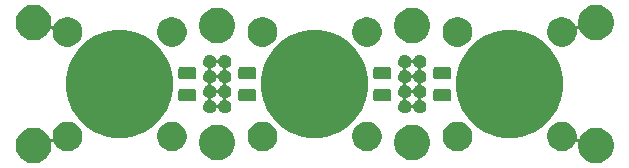
<source format=gbr>
G04 #@! TF.GenerationSoftware,KiCad,Pcbnew,(5.1.4)-1*
G04 #@! TF.CreationDate,2019-10-25T22:43:12-07:00*
G04 #@! TF.ProjectId,SkateLightLEDBoard1.0,536b6174-654c-4696-9768-744c4544426f,rev?*
G04 #@! TF.SameCoordinates,Original*
G04 #@! TF.FileFunction,Soldermask,Top*
G04 #@! TF.FilePolarity,Negative*
%FSLAX46Y46*%
G04 Gerber Fmt 4.6, Leading zero omitted, Abs format (unit mm)*
G04 Created by KiCad (PCBNEW (5.1.4)-1) date 2019-10-25 22:43:12*
%MOMM*%
%LPD*%
G04 APERTURE LIST*
%ADD10C,0.100000*%
G04 APERTURE END LIST*
D10*
G36*
X21297903Y-3220075D02*
G01*
X21525571Y-3314378D01*
X21730466Y-3451285D01*
X21904715Y-3625534D01*
X22041622Y-3830429D01*
X22041623Y-3830431D01*
X22135925Y-4058097D01*
X22184000Y-4299786D01*
X22184000Y-4554859D01*
X22183284Y-4562134D01*
X22185688Y-4586520D01*
X22192803Y-4609969D01*
X22204355Y-4631579D01*
X22219902Y-4650519D01*
X22238845Y-4666063D01*
X22260457Y-4677613D01*
X22283906Y-4684724D01*
X22308292Y-4687124D01*
X22332678Y-4684720D01*
X22356127Y-4677605D01*
X22377737Y-4666053D01*
X22396677Y-4650506D01*
X22412221Y-4631563D01*
X22423763Y-4609967D01*
X22473026Y-4491036D01*
X22638441Y-4243475D01*
X22848975Y-4032941D01*
X23096536Y-3867526D01*
X23371612Y-3753586D01*
X23517621Y-3724543D01*
X23663629Y-3695500D01*
X23961371Y-3695500D01*
X24107379Y-3724543D01*
X24253388Y-3753586D01*
X24528464Y-3867526D01*
X24776025Y-4032941D01*
X24986559Y-4243475D01*
X25151974Y-4491036D01*
X25265914Y-4766112D01*
X25273476Y-4804129D01*
X25315535Y-5015571D01*
X25324000Y-5058130D01*
X25324000Y-5355870D01*
X25265914Y-5647888D01*
X25151974Y-5922964D01*
X24986559Y-6170525D01*
X24776025Y-6381059D01*
X24528464Y-6546474D01*
X24253388Y-6660414D01*
X24107379Y-6689457D01*
X23961371Y-6718500D01*
X23663629Y-6718500D01*
X23517621Y-6689457D01*
X23371612Y-6660414D01*
X23096536Y-6546474D01*
X22848975Y-6381059D01*
X22638441Y-6170525D01*
X22473026Y-5922964D01*
X22359086Y-5647888D01*
X22301000Y-5355870D01*
X22301000Y-5058130D01*
X22309326Y-5016275D01*
X22311727Y-4991894D01*
X22309325Y-4967508D01*
X22302212Y-4944059D01*
X22290661Y-4922448D01*
X22275116Y-4903506D01*
X22256175Y-4887961D01*
X22234564Y-4876409D01*
X22211115Y-4869296D01*
X22186729Y-4866894D01*
X22162343Y-4869296D01*
X22138894Y-4876409D01*
X22117283Y-4887960D01*
X22098341Y-4903505D01*
X22082796Y-4922446D01*
X22071244Y-4944058D01*
X22041623Y-5015569D01*
X22041622Y-5015571D01*
X21904715Y-5220466D01*
X21730466Y-5394715D01*
X21525571Y-5531622D01*
X21525570Y-5531623D01*
X21525569Y-5531623D01*
X21297903Y-5625925D01*
X21056214Y-5674000D01*
X20809786Y-5674000D01*
X20568097Y-5625925D01*
X20340431Y-5531623D01*
X20340430Y-5531623D01*
X20340429Y-5531622D01*
X20135534Y-5394715D01*
X19961285Y-5220466D01*
X19824378Y-5015571D01*
X19730075Y-4787903D01*
X19725741Y-4766113D01*
X19682000Y-4546214D01*
X19682000Y-4299786D01*
X19730075Y-4058097D01*
X19824377Y-3830431D01*
X19824378Y-3830429D01*
X19961285Y-3625534D01*
X20135534Y-3451285D01*
X20340429Y-3314378D01*
X20568097Y-3220075D01*
X20809786Y-3172000D01*
X21056214Y-3172000D01*
X21297903Y-3220075D01*
X21297903Y-3220075D01*
G37*
G36*
X-20568097Y-3220075D02*
G01*
X-20340429Y-3314378D01*
X-20135534Y-3451285D01*
X-19961285Y-3625534D01*
X-19824378Y-3830429D01*
X-19824377Y-3830431D01*
X-19730075Y-4058097D01*
X-19682000Y-4299786D01*
X-19682000Y-4546214D01*
X-19725741Y-4766113D01*
X-19730075Y-4787903D01*
X-19824378Y-5015571D01*
X-19961285Y-5220466D01*
X-20135534Y-5394715D01*
X-20340429Y-5531622D01*
X-20340430Y-5531623D01*
X-20340431Y-5531623D01*
X-20568097Y-5625925D01*
X-20809786Y-5674000D01*
X-21056214Y-5674000D01*
X-21297903Y-5625925D01*
X-21525569Y-5531623D01*
X-21525570Y-5531623D01*
X-21525571Y-5531622D01*
X-21730466Y-5394715D01*
X-21904715Y-5220466D01*
X-22041622Y-5015571D01*
X-22041623Y-5015569D01*
X-22071244Y-4944058D01*
X-22082795Y-4922447D01*
X-22098340Y-4903505D01*
X-22117282Y-4887960D01*
X-22138893Y-4876409D01*
X-22162342Y-4869296D01*
X-22186728Y-4866894D01*
X-22211114Y-4869296D01*
X-22234563Y-4876409D01*
X-22256174Y-4887960D01*
X-22275116Y-4903505D01*
X-22290661Y-4922447D01*
X-22302212Y-4944058D01*
X-22309325Y-4967507D01*
X-22311727Y-4991893D01*
X-22309326Y-5016275D01*
X-22301000Y-5058130D01*
X-22301000Y-5355870D01*
X-22359086Y-5647888D01*
X-22473026Y-5922964D01*
X-22638441Y-6170525D01*
X-22848975Y-6381059D01*
X-23096536Y-6546474D01*
X-23371612Y-6660414D01*
X-23517621Y-6689457D01*
X-23663629Y-6718500D01*
X-23961371Y-6718500D01*
X-24107379Y-6689457D01*
X-24253388Y-6660414D01*
X-24528464Y-6546474D01*
X-24776025Y-6381059D01*
X-24986559Y-6170525D01*
X-25151974Y-5922964D01*
X-25265914Y-5647888D01*
X-25324000Y-5355870D01*
X-25324000Y-5058130D01*
X-25315534Y-5015571D01*
X-25273476Y-4804129D01*
X-25265914Y-4766112D01*
X-25151974Y-4491036D01*
X-24986559Y-4243475D01*
X-24776025Y-4032941D01*
X-24528464Y-3867526D01*
X-24253388Y-3753586D01*
X-24107379Y-3724543D01*
X-23961371Y-3695500D01*
X-23663629Y-3695500D01*
X-23517621Y-3724543D01*
X-23371612Y-3753586D01*
X-23096536Y-3867526D01*
X-22848975Y-4032941D01*
X-22638441Y-4243475D01*
X-22473026Y-4491036D01*
X-22423763Y-4609967D01*
X-22412216Y-4631571D01*
X-22396671Y-4650513D01*
X-22377729Y-4666058D01*
X-22356118Y-4677609D01*
X-22332669Y-4684722D01*
X-22308283Y-4687124D01*
X-22283897Y-4684722D01*
X-22260448Y-4677609D01*
X-22238837Y-4666058D01*
X-22219895Y-4650513D01*
X-22204350Y-4631571D01*
X-22192799Y-4609960D01*
X-22185686Y-4586511D01*
X-22183284Y-4562125D01*
X-22184000Y-4554853D01*
X-22184000Y-4299786D01*
X-22135925Y-4058097D01*
X-22041623Y-3830431D01*
X-22041622Y-3830429D01*
X-21904715Y-3625534D01*
X-21730466Y-3451285D01*
X-21525571Y-3314378D01*
X-21297903Y-3220075D01*
X-21056214Y-3172000D01*
X-20809786Y-3172000D01*
X-20568097Y-3220075D01*
X-20568097Y-3220075D01*
G37*
G36*
X8453063Y-3451285D02*
G01*
X8695888Y-3499586D01*
X8970964Y-3613526D01*
X9218525Y-3778941D01*
X9429059Y-3989475D01*
X9594474Y-4237036D01*
X9708414Y-4512112D01*
X9766500Y-4804130D01*
X9766500Y-5101870D01*
X9708414Y-5393888D01*
X9594474Y-5668964D01*
X9429059Y-5916525D01*
X9218525Y-6127059D01*
X8970964Y-6292474D01*
X8695888Y-6406414D01*
X8549879Y-6435457D01*
X8403871Y-6464500D01*
X8106129Y-6464500D01*
X7960121Y-6435457D01*
X7814112Y-6406414D01*
X7539036Y-6292474D01*
X7291475Y-6127059D01*
X7080941Y-5916525D01*
X6915526Y-5668964D01*
X6801586Y-5393888D01*
X6743500Y-5101870D01*
X6743500Y-4804130D01*
X6801586Y-4512112D01*
X6915526Y-4237036D01*
X7080941Y-3989475D01*
X7291475Y-3778941D01*
X7539036Y-3613526D01*
X7814112Y-3499586D01*
X8056937Y-3451285D01*
X8106129Y-3441500D01*
X8403871Y-3441500D01*
X8453063Y-3451285D01*
X8453063Y-3451285D01*
G37*
G36*
X-8056937Y-3451285D02*
G01*
X-7814112Y-3499586D01*
X-7539036Y-3613526D01*
X-7291475Y-3778941D01*
X-7080941Y-3989475D01*
X-6915526Y-4237036D01*
X-6801586Y-4512112D01*
X-6743500Y-4804130D01*
X-6743500Y-5101870D01*
X-6801586Y-5393888D01*
X-6915526Y-5668964D01*
X-7080941Y-5916525D01*
X-7291475Y-6127059D01*
X-7539036Y-6292474D01*
X-7814112Y-6406414D01*
X-7960121Y-6435457D01*
X-8106129Y-6464500D01*
X-8403871Y-6464500D01*
X-8549879Y-6435457D01*
X-8695888Y-6406414D01*
X-8970964Y-6292474D01*
X-9218525Y-6127059D01*
X-9429059Y-5916525D01*
X-9594474Y-5668964D01*
X-9708414Y-5393888D01*
X-9766500Y-5101870D01*
X-9766500Y-4804130D01*
X-9708414Y-4512112D01*
X-9594474Y-4237036D01*
X-9429059Y-3989475D01*
X-9218525Y-3778941D01*
X-8970964Y-3613526D01*
X-8695888Y-3499586D01*
X-8453063Y-3451285D01*
X-8403871Y-3441500D01*
X-8106129Y-3441500D01*
X-8056937Y-3451285D01*
X-8056937Y-3451285D01*
G37*
G36*
X12451903Y-3220075D02*
G01*
X12679571Y-3314378D01*
X12884466Y-3451285D01*
X13058715Y-3625534D01*
X13195622Y-3830429D01*
X13195623Y-3830431D01*
X13289925Y-4058097D01*
X13338000Y-4299786D01*
X13338000Y-4546214D01*
X13294259Y-4766113D01*
X13289925Y-4787903D01*
X13195622Y-5015571D01*
X13058715Y-5220466D01*
X12884466Y-5394715D01*
X12679571Y-5531622D01*
X12679570Y-5531623D01*
X12679569Y-5531623D01*
X12451903Y-5625925D01*
X12210214Y-5674000D01*
X11963786Y-5674000D01*
X11722097Y-5625925D01*
X11494431Y-5531623D01*
X11494430Y-5531623D01*
X11494429Y-5531622D01*
X11289534Y-5394715D01*
X11115285Y-5220466D01*
X10978378Y-5015571D01*
X10884075Y-4787903D01*
X10879741Y-4766113D01*
X10836000Y-4546214D01*
X10836000Y-4299786D01*
X10884075Y-4058097D01*
X10978377Y-3830431D01*
X10978378Y-3830429D01*
X11115285Y-3625534D01*
X11289534Y-3451285D01*
X11494429Y-3314378D01*
X11722097Y-3220075D01*
X11963786Y-3172000D01*
X12210214Y-3172000D01*
X12451903Y-3220075D01*
X12451903Y-3220075D01*
G37*
G36*
X-11722097Y-3220075D02*
G01*
X-11494429Y-3314378D01*
X-11289534Y-3451285D01*
X-11115285Y-3625534D01*
X-10978378Y-3830429D01*
X-10978377Y-3830431D01*
X-10884075Y-4058097D01*
X-10836000Y-4299786D01*
X-10836000Y-4546214D01*
X-10879741Y-4766113D01*
X-10884075Y-4787903D01*
X-10978378Y-5015571D01*
X-11115285Y-5220466D01*
X-11289534Y-5394715D01*
X-11494429Y-5531622D01*
X-11494430Y-5531623D01*
X-11494431Y-5531623D01*
X-11722097Y-5625925D01*
X-11963786Y-5674000D01*
X-12210214Y-5674000D01*
X-12451903Y-5625925D01*
X-12679569Y-5531623D01*
X-12679570Y-5531623D01*
X-12679571Y-5531622D01*
X-12884466Y-5394715D01*
X-13058715Y-5220466D01*
X-13195622Y-5015571D01*
X-13289925Y-4787903D01*
X-13294259Y-4766113D01*
X-13338000Y-4546214D01*
X-13338000Y-4299786D01*
X-13289925Y-4058097D01*
X-13195623Y-3830431D01*
X-13195622Y-3830429D01*
X-13058715Y-3625534D01*
X-12884466Y-3451285D01*
X-12679571Y-3314378D01*
X-12451903Y-3220075D01*
X-12210214Y-3172000D01*
X-11963786Y-3172000D01*
X-11722097Y-3220075D01*
X-11722097Y-3220075D01*
G37*
G36*
X4787903Y-3220075D02*
G01*
X5015571Y-3314378D01*
X5220466Y-3451285D01*
X5394715Y-3625534D01*
X5531622Y-3830429D01*
X5531623Y-3830431D01*
X5625925Y-4058097D01*
X5674000Y-4299786D01*
X5674000Y-4546214D01*
X5630259Y-4766113D01*
X5625925Y-4787903D01*
X5531622Y-5015571D01*
X5394715Y-5220466D01*
X5220466Y-5394715D01*
X5015571Y-5531622D01*
X5015570Y-5531623D01*
X5015569Y-5531623D01*
X4787903Y-5625925D01*
X4546214Y-5674000D01*
X4299786Y-5674000D01*
X4058097Y-5625925D01*
X3830431Y-5531623D01*
X3830430Y-5531623D01*
X3830429Y-5531622D01*
X3625534Y-5394715D01*
X3451285Y-5220466D01*
X3314378Y-5015571D01*
X3220075Y-4787903D01*
X3215741Y-4766113D01*
X3172000Y-4546214D01*
X3172000Y-4299786D01*
X3220075Y-4058097D01*
X3314377Y-3830431D01*
X3314378Y-3830429D01*
X3451285Y-3625534D01*
X3625534Y-3451285D01*
X3830429Y-3314378D01*
X4058097Y-3220075D01*
X4299786Y-3172000D01*
X4546214Y-3172000D01*
X4787903Y-3220075D01*
X4787903Y-3220075D01*
G37*
G36*
X-4058097Y-3220075D02*
G01*
X-3830429Y-3314378D01*
X-3625534Y-3451285D01*
X-3451285Y-3625534D01*
X-3314378Y-3830429D01*
X-3314377Y-3830431D01*
X-3220075Y-4058097D01*
X-3172000Y-4299786D01*
X-3172000Y-4546214D01*
X-3215741Y-4766113D01*
X-3220075Y-4787903D01*
X-3314378Y-5015571D01*
X-3451285Y-5220466D01*
X-3625534Y-5394715D01*
X-3830429Y-5531622D01*
X-3830430Y-5531623D01*
X-3830431Y-5531623D01*
X-4058097Y-5625925D01*
X-4299786Y-5674000D01*
X-4546214Y-5674000D01*
X-4787903Y-5625925D01*
X-5015569Y-5531623D01*
X-5015570Y-5531623D01*
X-5015571Y-5531622D01*
X-5220466Y-5394715D01*
X-5394715Y-5220466D01*
X-5531622Y-5015571D01*
X-5625925Y-4787903D01*
X-5630259Y-4766113D01*
X-5674000Y-4546214D01*
X-5674000Y-4299786D01*
X-5625925Y-4058097D01*
X-5531623Y-3830431D01*
X-5531622Y-3830429D01*
X-5394715Y-3625534D01*
X-5220466Y-3451285D01*
X-5015571Y-3314378D01*
X-4787903Y-3220075D01*
X-4546214Y-3172000D01*
X-4299786Y-3172000D01*
X-4058097Y-3220075D01*
X-4058097Y-3220075D01*
G37*
G36*
X17837477Y4376108D02*
G01*
X18021734Y4299786D01*
X18665707Y4033044D01*
X19411093Y3534992D01*
X20044992Y2901093D01*
X20543044Y2155707D01*
X20709195Y1754582D01*
X20886108Y1327477D01*
X21061000Y448236D01*
X21061000Y-448236D01*
X20886108Y-1327477D01*
X20794490Y-1548661D01*
X20543044Y-2155707D01*
X20044992Y-2901093D01*
X19411093Y-3534992D01*
X18665707Y-4033044D01*
X18180541Y-4234006D01*
X17837477Y-4376108D01*
X16958236Y-4551000D01*
X16061764Y-4551000D01*
X15182523Y-4376108D01*
X14839459Y-4234006D01*
X14354293Y-4033044D01*
X13608907Y-3534992D01*
X12975008Y-2901093D01*
X12476956Y-2155707D01*
X12225510Y-1548661D01*
X12133892Y-1327477D01*
X11959000Y-448236D01*
X11959000Y448236D01*
X12133892Y1327477D01*
X12310805Y1754582D01*
X12476956Y2155707D01*
X12975008Y2901093D01*
X13608907Y3534992D01*
X14354293Y4033044D01*
X14998266Y4299786D01*
X15182523Y4376108D01*
X16061764Y4551000D01*
X16958236Y4551000D01*
X17837477Y4376108D01*
X17837477Y4376108D01*
G37*
G36*
X-15182523Y4376108D02*
G01*
X-14998266Y4299786D01*
X-14354293Y4033044D01*
X-13608907Y3534992D01*
X-12975008Y2901093D01*
X-12476956Y2155707D01*
X-12310805Y1754582D01*
X-12133892Y1327477D01*
X-11959000Y448236D01*
X-11959000Y-448236D01*
X-12133892Y-1327477D01*
X-12225510Y-1548661D01*
X-12476956Y-2155707D01*
X-12975008Y-2901093D01*
X-13608907Y-3534992D01*
X-14354293Y-4033044D01*
X-14839459Y-4234006D01*
X-15182523Y-4376108D01*
X-16061764Y-4551000D01*
X-16958236Y-4551000D01*
X-17837477Y-4376108D01*
X-18180541Y-4234006D01*
X-18665707Y-4033044D01*
X-19411093Y-3534992D01*
X-20044992Y-2901093D01*
X-20543044Y-2155707D01*
X-20794490Y-1548661D01*
X-20886108Y-1327477D01*
X-21061000Y-448236D01*
X-21061000Y448236D01*
X-20886108Y1327477D01*
X-20709195Y1754582D01*
X-20543044Y2155707D01*
X-20044992Y2901093D01*
X-19411093Y3534992D01*
X-18665707Y4033044D01*
X-18021734Y4299786D01*
X-17837477Y4376108D01*
X-16958236Y4551000D01*
X-16061764Y4551000D01*
X-15182523Y4376108D01*
X-15182523Y4376108D01*
G37*
G36*
X1327477Y4376108D02*
G01*
X1511734Y4299786D01*
X2155707Y4033044D01*
X2901093Y3534992D01*
X3534992Y2901093D01*
X4033044Y2155707D01*
X4199195Y1754582D01*
X4376108Y1327477D01*
X4551000Y448236D01*
X4551000Y-448236D01*
X4376108Y-1327477D01*
X4284490Y-1548661D01*
X4033044Y-2155707D01*
X3534992Y-2901093D01*
X2901093Y-3534992D01*
X2155707Y-4033044D01*
X1670541Y-4234006D01*
X1327477Y-4376108D01*
X448236Y-4551000D01*
X-448236Y-4551000D01*
X-1327477Y-4376108D01*
X-1670541Y-4234006D01*
X-2155707Y-4033044D01*
X-2901093Y-3534992D01*
X-3534992Y-2901093D01*
X-4033044Y-2155707D01*
X-4284490Y-1548661D01*
X-4376108Y-1327477D01*
X-4551000Y-448236D01*
X-4551000Y448236D01*
X-4376108Y1327477D01*
X-4199195Y1754582D01*
X-4033044Y2155707D01*
X-3534992Y2901093D01*
X-2901093Y3534992D01*
X-2155707Y4033044D01*
X-1511734Y4299786D01*
X-1327477Y4376108D01*
X-448236Y4551000D01*
X448236Y4551000D01*
X1327477Y4376108D01*
X1327477Y4376108D01*
G37*
G36*
X-8726949Y2442520D02*
G01*
X-8676080Y2421449D01*
X-8625214Y2400380D01*
X-8533658Y2339204D01*
X-8455796Y2261342D01*
X-8394620Y2169786D01*
X-8370484Y2111515D01*
X-8358932Y2089905D01*
X-8343387Y2070963D01*
X-8324445Y2055418D01*
X-8302834Y2043867D01*
X-8279385Y2036754D01*
X-8254999Y2034352D01*
X-8230613Y2036754D01*
X-8207164Y2043867D01*
X-8185554Y2055419D01*
X-8166612Y2070964D01*
X-8151067Y2089906D01*
X-8139516Y2111515D01*
X-8115380Y2169786D01*
X-8054204Y2261342D01*
X-7976342Y2339204D01*
X-7884786Y2400380D01*
X-7833920Y2421449D01*
X-7783051Y2442520D01*
X-7675059Y2464000D01*
X-7564941Y2464000D01*
X-7456949Y2442520D01*
X-7406080Y2421449D01*
X-7355214Y2400380D01*
X-7263658Y2339204D01*
X-7185796Y2261342D01*
X-7124620Y2169786D01*
X-7118788Y2155705D01*
X-7082480Y2068051D01*
X-7061000Y1960059D01*
X-7061000Y1849941D01*
X-7082480Y1741949D01*
X-7091533Y1720094D01*
X-7124620Y1640214D01*
X-7185796Y1548658D01*
X-7263658Y1470796D01*
X-7355214Y1409620D01*
X-7413485Y1385484D01*
X-7435095Y1373932D01*
X-7454037Y1358387D01*
X-7469582Y1339445D01*
X-7481133Y1317834D01*
X-7488246Y1294385D01*
X-7490648Y1269999D01*
X-7488246Y1245613D01*
X-7481133Y1222164D01*
X-7469581Y1200554D01*
X-7454036Y1181612D01*
X-7435094Y1166067D01*
X-7413487Y1154517D01*
X-7355214Y1130380D01*
X-7263658Y1069204D01*
X-7185796Y991342D01*
X-7124620Y899786D01*
X-7103551Y848920D01*
X-7082480Y798051D01*
X-7061000Y690059D01*
X-7061000Y579941D01*
X-7082480Y471949D01*
X-7093901Y444377D01*
X-7124620Y370214D01*
X-7185796Y278658D01*
X-7263658Y200796D01*
X-7355214Y139620D01*
X-7413485Y115484D01*
X-7435095Y103932D01*
X-7454037Y88387D01*
X-7469582Y69445D01*
X-7481133Y47834D01*
X-7488246Y24385D01*
X-7490648Y-1D01*
X-7488246Y-24387D01*
X-7481133Y-47836D01*
X-7469581Y-69446D01*
X-7454036Y-88388D01*
X-7435094Y-103933D01*
X-7413487Y-115483D01*
X-7355214Y-139620D01*
X-7263658Y-200796D01*
X-7185796Y-278658D01*
X-7124620Y-370214D01*
X-7112697Y-399000D01*
X-7082480Y-471949D01*
X-7061000Y-579941D01*
X-7061000Y-690059D01*
X-7082480Y-798051D01*
X-7091533Y-819906D01*
X-7124620Y-899786D01*
X-7185796Y-991342D01*
X-7263658Y-1069204D01*
X-7355214Y-1130380D01*
X-7413485Y-1154516D01*
X-7435095Y-1166068D01*
X-7454037Y-1181613D01*
X-7469582Y-1200555D01*
X-7481133Y-1222166D01*
X-7488246Y-1245615D01*
X-7490648Y-1270001D01*
X-7488246Y-1294387D01*
X-7481133Y-1317836D01*
X-7469581Y-1339446D01*
X-7454036Y-1358388D01*
X-7435094Y-1373933D01*
X-7413487Y-1385483D01*
X-7355214Y-1409620D01*
X-7263658Y-1470796D01*
X-7185796Y-1548658D01*
X-7124620Y-1640214D01*
X-7103551Y-1691080D01*
X-7082480Y-1741949D01*
X-7061000Y-1849941D01*
X-7061000Y-1960059D01*
X-7082480Y-2068051D01*
X-7091533Y-2089906D01*
X-7124620Y-2169786D01*
X-7185796Y-2261342D01*
X-7263658Y-2339204D01*
X-7355214Y-2400380D01*
X-7406080Y-2421449D01*
X-7456949Y-2442520D01*
X-7564941Y-2464000D01*
X-7675059Y-2464000D01*
X-7783051Y-2442520D01*
X-7833920Y-2421449D01*
X-7884786Y-2400380D01*
X-7976342Y-2339204D01*
X-8054204Y-2261342D01*
X-8115380Y-2169786D01*
X-8139517Y-2111513D01*
X-8151068Y-2089905D01*
X-8166613Y-2070963D01*
X-8185555Y-2055418D01*
X-8207166Y-2043867D01*
X-8230615Y-2036754D01*
X-8255001Y-2034352D01*
X-8279387Y-2036754D01*
X-8302836Y-2043867D01*
X-8324446Y-2055419D01*
X-8343388Y-2070964D01*
X-8358933Y-2089906D01*
X-8370483Y-2111513D01*
X-8394620Y-2169786D01*
X-8455796Y-2261342D01*
X-8533658Y-2339204D01*
X-8625214Y-2400380D01*
X-8676080Y-2421449D01*
X-8726949Y-2442520D01*
X-8834941Y-2464000D01*
X-8945059Y-2464000D01*
X-9053051Y-2442520D01*
X-9103920Y-2421449D01*
X-9154786Y-2400380D01*
X-9246342Y-2339204D01*
X-9324204Y-2261342D01*
X-9385380Y-2169786D01*
X-9418467Y-2089906D01*
X-9427520Y-2068051D01*
X-9449000Y-1960059D01*
X-9449000Y-1849941D01*
X-9427520Y-1741949D01*
X-9406449Y-1691080D01*
X-9385380Y-1640214D01*
X-9324204Y-1548658D01*
X-9246342Y-1470796D01*
X-9154786Y-1409620D01*
X-9096513Y-1385483D01*
X-9074905Y-1373932D01*
X-9055963Y-1358387D01*
X-9040418Y-1339445D01*
X-9028867Y-1317834D01*
X-9021754Y-1294385D01*
X-9019353Y-1270001D01*
X-8760648Y-1270001D01*
X-8758246Y-1294387D01*
X-8751133Y-1317836D01*
X-8739581Y-1339446D01*
X-8724036Y-1358388D01*
X-8705094Y-1373933D01*
X-8683487Y-1385483D01*
X-8625214Y-1409620D01*
X-8533658Y-1470796D01*
X-8455796Y-1548658D01*
X-8394620Y-1640214D01*
X-8370484Y-1698485D01*
X-8358932Y-1720095D01*
X-8343387Y-1739037D01*
X-8324445Y-1754582D01*
X-8302834Y-1766133D01*
X-8279385Y-1773246D01*
X-8254999Y-1775648D01*
X-8230613Y-1773246D01*
X-8207164Y-1766133D01*
X-8185554Y-1754581D01*
X-8166612Y-1739036D01*
X-8151067Y-1720094D01*
X-8139516Y-1698485D01*
X-8115380Y-1640214D01*
X-8054204Y-1548658D01*
X-7976342Y-1470796D01*
X-7884786Y-1409620D01*
X-7826513Y-1385483D01*
X-7804905Y-1373932D01*
X-7785963Y-1358387D01*
X-7770418Y-1339445D01*
X-7758867Y-1317834D01*
X-7751754Y-1294385D01*
X-7749352Y-1269999D01*
X-7751754Y-1245613D01*
X-7758867Y-1222164D01*
X-7770419Y-1200554D01*
X-7785964Y-1181612D01*
X-7804906Y-1166067D01*
X-7826515Y-1154516D01*
X-7884786Y-1130380D01*
X-7976342Y-1069204D01*
X-8054204Y-991342D01*
X-8115380Y-899786D01*
X-8139517Y-841513D01*
X-8151068Y-819905D01*
X-8166613Y-800963D01*
X-8185555Y-785418D01*
X-8207166Y-773867D01*
X-8230615Y-766754D01*
X-8255001Y-764352D01*
X-8279387Y-766754D01*
X-8302836Y-773867D01*
X-8324446Y-785419D01*
X-8343388Y-800964D01*
X-8358933Y-819906D01*
X-8370483Y-841513D01*
X-8394620Y-899786D01*
X-8455796Y-991342D01*
X-8533658Y-1069204D01*
X-8625214Y-1130380D01*
X-8683485Y-1154516D01*
X-8705095Y-1166068D01*
X-8724037Y-1181613D01*
X-8739582Y-1200555D01*
X-8751133Y-1222166D01*
X-8758246Y-1245615D01*
X-8760648Y-1270001D01*
X-9019353Y-1270001D01*
X-9019352Y-1269999D01*
X-9021754Y-1245613D01*
X-9028867Y-1222164D01*
X-9040419Y-1200554D01*
X-9055964Y-1181612D01*
X-9074906Y-1166067D01*
X-9096515Y-1154516D01*
X-9154786Y-1130380D01*
X-9246342Y-1069204D01*
X-9324204Y-991342D01*
X-9385380Y-899786D01*
X-9418467Y-819906D01*
X-9427520Y-798051D01*
X-9449000Y-690059D01*
X-9449000Y-579941D01*
X-9427520Y-471949D01*
X-9397303Y-399000D01*
X-9385380Y-370214D01*
X-9324204Y-278658D01*
X-9246342Y-200796D01*
X-9154786Y-139620D01*
X-9096513Y-115483D01*
X-9074905Y-103932D01*
X-9055963Y-88387D01*
X-9040418Y-69445D01*
X-9028867Y-47834D01*
X-9021754Y-24385D01*
X-9019353Y-1D01*
X-8760648Y-1D01*
X-8758246Y-24387D01*
X-8751133Y-47836D01*
X-8739581Y-69446D01*
X-8724036Y-88388D01*
X-8705094Y-103933D01*
X-8683487Y-115483D01*
X-8625214Y-139620D01*
X-8533658Y-200796D01*
X-8455796Y-278658D01*
X-8394620Y-370214D01*
X-8382697Y-399000D01*
X-8370484Y-428485D01*
X-8358932Y-450095D01*
X-8343387Y-469037D01*
X-8324445Y-484582D01*
X-8302834Y-496133D01*
X-8279385Y-503246D01*
X-8254999Y-505648D01*
X-8230613Y-503246D01*
X-8207164Y-496133D01*
X-8185554Y-484581D01*
X-8166612Y-469036D01*
X-8151067Y-450094D01*
X-8139516Y-428485D01*
X-8127303Y-399000D01*
X-8115380Y-370214D01*
X-8054204Y-278658D01*
X-7976342Y-200796D01*
X-7884786Y-139620D01*
X-7826513Y-115483D01*
X-7804905Y-103932D01*
X-7785963Y-88387D01*
X-7770418Y-69445D01*
X-7758867Y-47834D01*
X-7751754Y-24385D01*
X-7749352Y1D01*
X-7751754Y24387D01*
X-7758867Y47836D01*
X-7770419Y69446D01*
X-7785964Y88388D01*
X-7804906Y103933D01*
X-7826515Y115484D01*
X-7884786Y139620D01*
X-7976342Y200796D01*
X-8054204Y278658D01*
X-8115380Y370214D01*
X-8139517Y428487D01*
X-8151068Y450095D01*
X-8166613Y469037D01*
X-8185555Y484582D01*
X-8207166Y496133D01*
X-8230615Y503246D01*
X-8255001Y505648D01*
X-8279387Y503246D01*
X-8302836Y496133D01*
X-8324446Y484581D01*
X-8343388Y469036D01*
X-8358933Y450094D01*
X-8370483Y428487D01*
X-8394620Y370214D01*
X-8455796Y278658D01*
X-8533658Y200796D01*
X-8625214Y139620D01*
X-8683485Y115484D01*
X-8705095Y103932D01*
X-8724037Y88387D01*
X-8739582Y69445D01*
X-8751133Y47834D01*
X-8758246Y24385D01*
X-8760648Y-1D01*
X-9019353Y-1D01*
X-9019352Y1D01*
X-9021754Y24387D01*
X-9028867Y47836D01*
X-9040419Y69446D01*
X-9055964Y88388D01*
X-9074906Y103933D01*
X-9096515Y115484D01*
X-9154786Y139620D01*
X-9246342Y200796D01*
X-9324204Y278658D01*
X-9385380Y370214D01*
X-9416099Y444377D01*
X-9427520Y471949D01*
X-9449000Y579941D01*
X-9449000Y690059D01*
X-9427520Y798051D01*
X-9406449Y848920D01*
X-9385380Y899786D01*
X-9324204Y991342D01*
X-9246342Y1069204D01*
X-9154786Y1130380D01*
X-9096513Y1154517D01*
X-9074905Y1166068D01*
X-9055963Y1181613D01*
X-9040418Y1200555D01*
X-9028867Y1222166D01*
X-9021754Y1245615D01*
X-9019353Y1269999D01*
X-8760648Y1269999D01*
X-8758246Y1245613D01*
X-8751133Y1222164D01*
X-8739581Y1200554D01*
X-8724036Y1181612D01*
X-8705094Y1166067D01*
X-8683487Y1154517D01*
X-8625214Y1130380D01*
X-8533658Y1069204D01*
X-8455796Y991342D01*
X-8394620Y899786D01*
X-8370484Y841515D01*
X-8358932Y819905D01*
X-8343387Y800963D01*
X-8324445Y785418D01*
X-8302834Y773867D01*
X-8279385Y766754D01*
X-8254999Y764352D01*
X-8230613Y766754D01*
X-8207164Y773867D01*
X-8185554Y785419D01*
X-8166612Y800964D01*
X-8151067Y819906D01*
X-8139516Y841515D01*
X-8115380Y899786D01*
X-8054204Y991342D01*
X-7976342Y1069204D01*
X-7884786Y1130380D01*
X-7826513Y1154517D01*
X-7804905Y1166068D01*
X-7785963Y1181613D01*
X-7770418Y1200555D01*
X-7758867Y1222166D01*
X-7751754Y1245615D01*
X-7749352Y1270001D01*
X-7751754Y1294387D01*
X-7758867Y1317836D01*
X-7770419Y1339446D01*
X-7785964Y1358388D01*
X-7804906Y1373933D01*
X-7826515Y1385484D01*
X-7884786Y1409620D01*
X-7976342Y1470796D01*
X-8054204Y1548658D01*
X-8115380Y1640214D01*
X-8139517Y1698487D01*
X-8151068Y1720095D01*
X-8166613Y1739037D01*
X-8185555Y1754582D01*
X-8207166Y1766133D01*
X-8230615Y1773246D01*
X-8255001Y1775648D01*
X-8279387Y1773246D01*
X-8302836Y1766133D01*
X-8324446Y1754581D01*
X-8343388Y1739036D01*
X-8358933Y1720094D01*
X-8370483Y1698487D01*
X-8394620Y1640214D01*
X-8455796Y1548658D01*
X-8533658Y1470796D01*
X-8625214Y1409620D01*
X-8683485Y1385484D01*
X-8705095Y1373932D01*
X-8724037Y1358387D01*
X-8739582Y1339445D01*
X-8751133Y1317834D01*
X-8758246Y1294385D01*
X-8760648Y1269999D01*
X-9019353Y1269999D01*
X-9019352Y1270001D01*
X-9021754Y1294387D01*
X-9028867Y1317836D01*
X-9040419Y1339446D01*
X-9055964Y1358388D01*
X-9074906Y1373933D01*
X-9096515Y1385484D01*
X-9154786Y1409620D01*
X-9246342Y1470796D01*
X-9324204Y1548658D01*
X-9385380Y1640214D01*
X-9418467Y1720094D01*
X-9427520Y1741949D01*
X-9449000Y1849941D01*
X-9449000Y1960059D01*
X-9427520Y2068051D01*
X-9391212Y2155705D01*
X-9385380Y2169786D01*
X-9324204Y2261342D01*
X-9246342Y2339204D01*
X-9154786Y2400380D01*
X-9103920Y2421449D01*
X-9053051Y2442520D01*
X-8945059Y2464000D01*
X-8834941Y2464000D01*
X-8726949Y2442520D01*
X-8726949Y2442520D01*
G37*
G36*
X7783051Y2442520D02*
G01*
X7833920Y2421449D01*
X7884786Y2400380D01*
X7976342Y2339204D01*
X8054204Y2261342D01*
X8115380Y2169786D01*
X8139516Y2111515D01*
X8151068Y2089905D01*
X8166613Y2070963D01*
X8185555Y2055418D01*
X8207166Y2043867D01*
X8230615Y2036754D01*
X8255001Y2034352D01*
X8279387Y2036754D01*
X8302836Y2043867D01*
X8324446Y2055419D01*
X8343388Y2070964D01*
X8358933Y2089906D01*
X8370484Y2111515D01*
X8394620Y2169786D01*
X8455796Y2261342D01*
X8533658Y2339204D01*
X8625214Y2400380D01*
X8676080Y2421449D01*
X8726949Y2442520D01*
X8834941Y2464000D01*
X8945059Y2464000D01*
X9053051Y2442520D01*
X9103920Y2421449D01*
X9154786Y2400380D01*
X9246342Y2339204D01*
X9324204Y2261342D01*
X9385380Y2169786D01*
X9391212Y2155705D01*
X9427520Y2068051D01*
X9449000Y1960059D01*
X9449000Y1849941D01*
X9427520Y1741949D01*
X9418467Y1720094D01*
X9385380Y1640214D01*
X9324204Y1548658D01*
X9246342Y1470796D01*
X9154786Y1409620D01*
X9096515Y1385484D01*
X9074905Y1373932D01*
X9055963Y1358387D01*
X9040418Y1339445D01*
X9028867Y1317834D01*
X9021754Y1294385D01*
X9019352Y1269999D01*
X9021754Y1245613D01*
X9028867Y1222164D01*
X9040419Y1200554D01*
X9055964Y1181612D01*
X9074906Y1166067D01*
X9096513Y1154517D01*
X9154786Y1130380D01*
X9246342Y1069204D01*
X9324204Y991342D01*
X9385380Y899786D01*
X9406449Y848920D01*
X9427520Y798051D01*
X9449000Y690059D01*
X9449000Y579941D01*
X9427520Y471949D01*
X9416099Y444377D01*
X9385380Y370214D01*
X9324204Y278658D01*
X9246342Y200796D01*
X9154786Y139620D01*
X9096515Y115484D01*
X9074905Y103932D01*
X9055963Y88387D01*
X9040418Y69445D01*
X9028867Y47834D01*
X9021754Y24385D01*
X9019352Y-1D01*
X9021754Y-24387D01*
X9028867Y-47836D01*
X9040419Y-69446D01*
X9055964Y-88388D01*
X9074906Y-103933D01*
X9096513Y-115483D01*
X9154786Y-139620D01*
X9246342Y-200796D01*
X9324204Y-278658D01*
X9385380Y-370214D01*
X9397303Y-399000D01*
X9427520Y-471949D01*
X9449000Y-579941D01*
X9449000Y-690059D01*
X9427520Y-798051D01*
X9418467Y-819906D01*
X9385380Y-899786D01*
X9324204Y-991342D01*
X9246342Y-1069204D01*
X9154786Y-1130380D01*
X9096515Y-1154516D01*
X9074905Y-1166068D01*
X9055963Y-1181613D01*
X9040418Y-1200555D01*
X9028867Y-1222166D01*
X9021754Y-1245615D01*
X9019352Y-1270001D01*
X9021754Y-1294387D01*
X9028867Y-1317836D01*
X9040419Y-1339446D01*
X9055964Y-1358388D01*
X9074906Y-1373933D01*
X9096513Y-1385483D01*
X9154786Y-1409620D01*
X9246342Y-1470796D01*
X9324204Y-1548658D01*
X9385380Y-1640214D01*
X9406449Y-1691080D01*
X9427520Y-1741949D01*
X9449000Y-1849941D01*
X9449000Y-1960059D01*
X9427520Y-2068051D01*
X9418467Y-2089906D01*
X9385380Y-2169786D01*
X9324204Y-2261342D01*
X9246342Y-2339204D01*
X9154786Y-2400380D01*
X9103920Y-2421449D01*
X9053051Y-2442520D01*
X8945059Y-2464000D01*
X8834941Y-2464000D01*
X8726949Y-2442520D01*
X8676080Y-2421449D01*
X8625214Y-2400380D01*
X8533658Y-2339204D01*
X8455796Y-2261342D01*
X8394620Y-2169786D01*
X8370483Y-2111513D01*
X8358932Y-2089905D01*
X8343387Y-2070963D01*
X8324445Y-2055418D01*
X8302834Y-2043867D01*
X8279385Y-2036754D01*
X8254999Y-2034352D01*
X8230613Y-2036754D01*
X8207164Y-2043867D01*
X8185554Y-2055419D01*
X8166612Y-2070964D01*
X8151067Y-2089906D01*
X8139517Y-2111513D01*
X8115380Y-2169786D01*
X8054204Y-2261342D01*
X7976342Y-2339204D01*
X7884786Y-2400380D01*
X7833920Y-2421449D01*
X7783051Y-2442520D01*
X7675059Y-2464000D01*
X7564941Y-2464000D01*
X7456949Y-2442520D01*
X7406080Y-2421449D01*
X7355214Y-2400380D01*
X7263658Y-2339204D01*
X7185796Y-2261342D01*
X7124620Y-2169786D01*
X7091533Y-2089906D01*
X7082480Y-2068051D01*
X7061000Y-1960059D01*
X7061000Y-1849941D01*
X7082480Y-1741949D01*
X7103551Y-1691080D01*
X7124620Y-1640214D01*
X7185796Y-1548658D01*
X7263658Y-1470796D01*
X7355214Y-1409620D01*
X7413487Y-1385483D01*
X7435095Y-1373932D01*
X7454037Y-1358387D01*
X7469582Y-1339445D01*
X7481133Y-1317834D01*
X7488246Y-1294385D01*
X7490647Y-1270001D01*
X7749352Y-1270001D01*
X7751754Y-1294387D01*
X7758867Y-1317836D01*
X7770419Y-1339446D01*
X7785964Y-1358388D01*
X7804906Y-1373933D01*
X7826513Y-1385483D01*
X7884786Y-1409620D01*
X7976342Y-1470796D01*
X8054204Y-1548658D01*
X8115380Y-1640214D01*
X8139516Y-1698485D01*
X8151068Y-1720095D01*
X8166613Y-1739037D01*
X8185555Y-1754582D01*
X8207166Y-1766133D01*
X8230615Y-1773246D01*
X8255001Y-1775648D01*
X8279387Y-1773246D01*
X8302836Y-1766133D01*
X8324446Y-1754581D01*
X8343388Y-1739036D01*
X8358933Y-1720094D01*
X8370484Y-1698485D01*
X8394620Y-1640214D01*
X8455796Y-1548658D01*
X8533658Y-1470796D01*
X8625214Y-1409620D01*
X8683487Y-1385483D01*
X8705095Y-1373932D01*
X8724037Y-1358387D01*
X8739582Y-1339445D01*
X8751133Y-1317834D01*
X8758246Y-1294385D01*
X8760648Y-1269999D01*
X8758246Y-1245613D01*
X8751133Y-1222164D01*
X8739581Y-1200554D01*
X8724036Y-1181612D01*
X8705094Y-1166067D01*
X8683485Y-1154516D01*
X8625214Y-1130380D01*
X8533658Y-1069204D01*
X8455796Y-991342D01*
X8394620Y-899786D01*
X8370483Y-841513D01*
X8358932Y-819905D01*
X8343387Y-800963D01*
X8324445Y-785418D01*
X8302834Y-773867D01*
X8279385Y-766754D01*
X8254999Y-764352D01*
X8230613Y-766754D01*
X8207164Y-773867D01*
X8185554Y-785419D01*
X8166612Y-800964D01*
X8151067Y-819906D01*
X8139517Y-841513D01*
X8115380Y-899786D01*
X8054204Y-991342D01*
X7976342Y-1069204D01*
X7884786Y-1130380D01*
X7826515Y-1154516D01*
X7804905Y-1166068D01*
X7785963Y-1181613D01*
X7770418Y-1200555D01*
X7758867Y-1222166D01*
X7751754Y-1245615D01*
X7749352Y-1270001D01*
X7490647Y-1270001D01*
X7490648Y-1269999D01*
X7488246Y-1245613D01*
X7481133Y-1222164D01*
X7469581Y-1200554D01*
X7454036Y-1181612D01*
X7435094Y-1166067D01*
X7413485Y-1154516D01*
X7355214Y-1130380D01*
X7263658Y-1069204D01*
X7185796Y-991342D01*
X7124620Y-899786D01*
X7091533Y-819906D01*
X7082480Y-798051D01*
X7061000Y-690059D01*
X7061000Y-579941D01*
X7082480Y-471949D01*
X7112697Y-399000D01*
X7124620Y-370214D01*
X7185796Y-278658D01*
X7263658Y-200796D01*
X7355214Y-139620D01*
X7413487Y-115483D01*
X7435095Y-103932D01*
X7454037Y-88387D01*
X7469582Y-69445D01*
X7481133Y-47834D01*
X7488246Y-24385D01*
X7490647Y-1D01*
X7749352Y-1D01*
X7751754Y-24387D01*
X7758867Y-47836D01*
X7770419Y-69446D01*
X7785964Y-88388D01*
X7804906Y-103933D01*
X7826513Y-115483D01*
X7884786Y-139620D01*
X7976342Y-200796D01*
X8054204Y-278658D01*
X8115380Y-370214D01*
X8127303Y-399000D01*
X8139516Y-428485D01*
X8151068Y-450095D01*
X8166613Y-469037D01*
X8185555Y-484582D01*
X8207166Y-496133D01*
X8230615Y-503246D01*
X8255001Y-505648D01*
X8279387Y-503246D01*
X8302836Y-496133D01*
X8324446Y-484581D01*
X8343388Y-469036D01*
X8358933Y-450094D01*
X8370484Y-428485D01*
X8382697Y-399000D01*
X8394620Y-370214D01*
X8455796Y-278658D01*
X8533658Y-200796D01*
X8625214Y-139620D01*
X8683487Y-115483D01*
X8705095Y-103932D01*
X8724037Y-88387D01*
X8739582Y-69445D01*
X8751133Y-47834D01*
X8758246Y-24385D01*
X8760648Y1D01*
X8758246Y24387D01*
X8751133Y47836D01*
X8739581Y69446D01*
X8724036Y88388D01*
X8705094Y103933D01*
X8683485Y115484D01*
X8625214Y139620D01*
X8533658Y200796D01*
X8455796Y278658D01*
X8394620Y370214D01*
X8370483Y428487D01*
X8358932Y450095D01*
X8343387Y469037D01*
X8324445Y484582D01*
X8302834Y496133D01*
X8279385Y503246D01*
X8254999Y505648D01*
X8230613Y503246D01*
X8207164Y496133D01*
X8185554Y484581D01*
X8166612Y469036D01*
X8151067Y450094D01*
X8139517Y428487D01*
X8115380Y370214D01*
X8054204Y278658D01*
X7976342Y200796D01*
X7884786Y139620D01*
X7826515Y115484D01*
X7804905Y103932D01*
X7785963Y88387D01*
X7770418Y69445D01*
X7758867Y47834D01*
X7751754Y24385D01*
X7749352Y-1D01*
X7490647Y-1D01*
X7490648Y1D01*
X7488246Y24387D01*
X7481133Y47836D01*
X7469581Y69446D01*
X7454036Y88388D01*
X7435094Y103933D01*
X7413485Y115484D01*
X7355214Y139620D01*
X7263658Y200796D01*
X7185796Y278658D01*
X7124620Y370214D01*
X7093901Y444377D01*
X7082480Y471949D01*
X7061000Y579941D01*
X7061000Y690059D01*
X7082480Y798051D01*
X7103551Y848920D01*
X7124620Y899786D01*
X7185796Y991342D01*
X7263658Y1069204D01*
X7355214Y1130380D01*
X7413487Y1154517D01*
X7435095Y1166068D01*
X7454037Y1181613D01*
X7469582Y1200555D01*
X7481133Y1222166D01*
X7488246Y1245615D01*
X7490647Y1269999D01*
X7749352Y1269999D01*
X7751754Y1245613D01*
X7758867Y1222164D01*
X7770419Y1200554D01*
X7785964Y1181612D01*
X7804906Y1166067D01*
X7826513Y1154517D01*
X7884786Y1130380D01*
X7976342Y1069204D01*
X8054204Y991342D01*
X8115380Y899786D01*
X8139516Y841515D01*
X8151068Y819905D01*
X8166613Y800963D01*
X8185555Y785418D01*
X8207166Y773867D01*
X8230615Y766754D01*
X8255001Y764352D01*
X8279387Y766754D01*
X8302836Y773867D01*
X8324446Y785419D01*
X8343388Y800964D01*
X8358933Y819906D01*
X8370484Y841515D01*
X8394620Y899786D01*
X8455796Y991342D01*
X8533658Y1069204D01*
X8625214Y1130380D01*
X8683487Y1154517D01*
X8705095Y1166068D01*
X8724037Y1181613D01*
X8739582Y1200555D01*
X8751133Y1222166D01*
X8758246Y1245615D01*
X8760648Y1270001D01*
X8758246Y1294387D01*
X8751133Y1317836D01*
X8739581Y1339446D01*
X8724036Y1358388D01*
X8705094Y1373933D01*
X8683485Y1385484D01*
X8625214Y1409620D01*
X8533658Y1470796D01*
X8455796Y1548658D01*
X8394620Y1640214D01*
X8370483Y1698487D01*
X8358932Y1720095D01*
X8343387Y1739037D01*
X8324445Y1754582D01*
X8302834Y1766133D01*
X8279385Y1773246D01*
X8254999Y1775648D01*
X8230613Y1773246D01*
X8207164Y1766133D01*
X8185554Y1754581D01*
X8166612Y1739036D01*
X8151067Y1720094D01*
X8139517Y1698487D01*
X8115380Y1640214D01*
X8054204Y1548658D01*
X7976342Y1470796D01*
X7884786Y1409620D01*
X7826515Y1385484D01*
X7804905Y1373932D01*
X7785963Y1358387D01*
X7770418Y1339445D01*
X7758867Y1317834D01*
X7751754Y1294385D01*
X7749352Y1269999D01*
X7490647Y1269999D01*
X7490648Y1270001D01*
X7488246Y1294387D01*
X7481133Y1317836D01*
X7469581Y1339446D01*
X7454036Y1358388D01*
X7435094Y1373933D01*
X7413485Y1385484D01*
X7355214Y1409620D01*
X7263658Y1470796D01*
X7185796Y1548658D01*
X7124620Y1640214D01*
X7091533Y1720094D01*
X7082480Y1741949D01*
X7061000Y1849941D01*
X7061000Y1960059D01*
X7082480Y2068051D01*
X7118788Y2155705D01*
X7124620Y2169786D01*
X7185796Y2261342D01*
X7263658Y2339204D01*
X7355214Y2400380D01*
X7406080Y2421449D01*
X7456949Y2442520D01*
X7564941Y2464000D01*
X7675059Y2464000D01*
X7783051Y2442520D01*
X7783051Y2442520D01*
G37*
G36*
X-10210532Y-403565D02*
G01*
X-10171862Y-415296D01*
X-10136223Y-434346D01*
X-10104983Y-459983D01*
X-10079346Y-491223D01*
X-10060296Y-526862D01*
X-10048565Y-565532D01*
X-10044000Y-611888D01*
X-10044000Y-1263112D01*
X-10048565Y-1309468D01*
X-10060296Y-1348138D01*
X-10079346Y-1383777D01*
X-10104983Y-1415017D01*
X-10136223Y-1440654D01*
X-10171862Y-1459704D01*
X-10210532Y-1471435D01*
X-10256888Y-1476000D01*
X-11333112Y-1476000D01*
X-11379468Y-1471435D01*
X-11418138Y-1459704D01*
X-11453777Y-1440654D01*
X-11485017Y-1415017D01*
X-11510654Y-1383777D01*
X-11529704Y-1348138D01*
X-11541435Y-1309468D01*
X-11546000Y-1263112D01*
X-11546000Y-611888D01*
X-11541435Y-565532D01*
X-11529704Y-526862D01*
X-11510654Y-491223D01*
X-11485017Y-459983D01*
X-11453777Y-434346D01*
X-11418138Y-415296D01*
X-11379468Y-403565D01*
X-11333112Y-399000D01*
X-10256888Y-399000D01*
X-10210532Y-403565D01*
X-10210532Y-403565D01*
G37*
G36*
X11379468Y-403565D02*
G01*
X11418138Y-415296D01*
X11453777Y-434346D01*
X11485017Y-459983D01*
X11510654Y-491223D01*
X11529704Y-526862D01*
X11541435Y-565532D01*
X11546000Y-611888D01*
X11546000Y-1263112D01*
X11541435Y-1309468D01*
X11529704Y-1348138D01*
X11510654Y-1383777D01*
X11485017Y-1415017D01*
X11453777Y-1440654D01*
X11418138Y-1459704D01*
X11379468Y-1471435D01*
X11333112Y-1476000D01*
X10256888Y-1476000D01*
X10210532Y-1471435D01*
X10171862Y-1459704D01*
X10136223Y-1440654D01*
X10104983Y-1415017D01*
X10079346Y-1383777D01*
X10060296Y-1348138D01*
X10048565Y-1309468D01*
X10044000Y-1263112D01*
X10044000Y-611888D01*
X10048565Y-565532D01*
X10060296Y-526862D01*
X10079346Y-491223D01*
X10104983Y-459983D01*
X10136223Y-434346D01*
X10171862Y-415296D01*
X10210532Y-403565D01*
X10256888Y-399000D01*
X11333112Y-399000D01*
X11379468Y-403565D01*
X11379468Y-403565D01*
G37*
G36*
X-5130532Y-403565D02*
G01*
X-5091862Y-415296D01*
X-5056223Y-434346D01*
X-5024983Y-459983D01*
X-4999346Y-491223D01*
X-4980296Y-526862D01*
X-4968565Y-565532D01*
X-4964000Y-611888D01*
X-4964000Y-1263112D01*
X-4968565Y-1309468D01*
X-4980296Y-1348138D01*
X-4999346Y-1383777D01*
X-5024983Y-1415017D01*
X-5056223Y-1440654D01*
X-5091862Y-1459704D01*
X-5130532Y-1471435D01*
X-5176888Y-1476000D01*
X-6253112Y-1476000D01*
X-6299468Y-1471435D01*
X-6338138Y-1459704D01*
X-6373777Y-1440654D01*
X-6405017Y-1415017D01*
X-6430654Y-1383777D01*
X-6449704Y-1348138D01*
X-6461435Y-1309468D01*
X-6466000Y-1263112D01*
X-6466000Y-611888D01*
X-6461435Y-565532D01*
X-6449704Y-526862D01*
X-6430654Y-491223D01*
X-6405017Y-459983D01*
X-6373777Y-434346D01*
X-6338138Y-415296D01*
X-6299468Y-403565D01*
X-6253112Y-399000D01*
X-5176888Y-399000D01*
X-5130532Y-403565D01*
X-5130532Y-403565D01*
G37*
G36*
X6299468Y-403565D02*
G01*
X6338138Y-415296D01*
X6373777Y-434346D01*
X6405017Y-459983D01*
X6430654Y-491223D01*
X6449704Y-526862D01*
X6461435Y-565532D01*
X6466000Y-611888D01*
X6466000Y-1263112D01*
X6461435Y-1309468D01*
X6449704Y-1348138D01*
X6430654Y-1383777D01*
X6405017Y-1415017D01*
X6373777Y-1440654D01*
X6338138Y-1459704D01*
X6299468Y-1471435D01*
X6253112Y-1476000D01*
X5176888Y-1476000D01*
X5130532Y-1471435D01*
X5091862Y-1459704D01*
X5056223Y-1440654D01*
X5024983Y-1415017D01*
X4999346Y-1383777D01*
X4980296Y-1348138D01*
X4968565Y-1309468D01*
X4964000Y-1263112D01*
X4964000Y-611888D01*
X4968565Y-565532D01*
X4980296Y-526862D01*
X4999346Y-491223D01*
X5024983Y-459983D01*
X5056223Y-434346D01*
X5091862Y-415296D01*
X5130532Y-403565D01*
X5176888Y-399000D01*
X6253112Y-399000D01*
X6299468Y-403565D01*
X6299468Y-403565D01*
G37*
G36*
X-10210532Y1471435D02*
G01*
X-10171862Y1459704D01*
X-10136223Y1440654D01*
X-10104983Y1415017D01*
X-10079346Y1383777D01*
X-10060296Y1348138D01*
X-10048565Y1309468D01*
X-10044000Y1263112D01*
X-10044000Y611888D01*
X-10048565Y565532D01*
X-10060296Y526862D01*
X-10079346Y491223D01*
X-10104983Y459983D01*
X-10136223Y434346D01*
X-10171862Y415296D01*
X-10210532Y403565D01*
X-10256888Y399000D01*
X-11333112Y399000D01*
X-11379468Y403565D01*
X-11418138Y415296D01*
X-11453777Y434346D01*
X-11485017Y459983D01*
X-11510654Y491223D01*
X-11529704Y526862D01*
X-11541435Y565532D01*
X-11546000Y611888D01*
X-11546000Y1263112D01*
X-11541435Y1309468D01*
X-11529704Y1348138D01*
X-11510654Y1383777D01*
X-11485017Y1415017D01*
X-11453777Y1440654D01*
X-11418138Y1459704D01*
X-11379468Y1471435D01*
X-11333112Y1476000D01*
X-10256888Y1476000D01*
X-10210532Y1471435D01*
X-10210532Y1471435D01*
G37*
G36*
X-5130532Y1471435D02*
G01*
X-5091862Y1459704D01*
X-5056223Y1440654D01*
X-5024983Y1415017D01*
X-4999346Y1383777D01*
X-4980296Y1348138D01*
X-4968565Y1309468D01*
X-4964000Y1263112D01*
X-4964000Y611888D01*
X-4968565Y565532D01*
X-4980296Y526862D01*
X-4999346Y491223D01*
X-5024983Y459983D01*
X-5056223Y434346D01*
X-5091862Y415296D01*
X-5130532Y403565D01*
X-5176888Y399000D01*
X-6253112Y399000D01*
X-6299468Y403565D01*
X-6338138Y415296D01*
X-6373777Y434346D01*
X-6405017Y459983D01*
X-6430654Y491223D01*
X-6449704Y526862D01*
X-6461435Y565532D01*
X-6466000Y611888D01*
X-6466000Y1263112D01*
X-6461435Y1309468D01*
X-6449704Y1348138D01*
X-6430654Y1383777D01*
X-6405017Y1415017D01*
X-6373777Y1440654D01*
X-6338138Y1459704D01*
X-6299468Y1471435D01*
X-6253112Y1476000D01*
X-5176888Y1476000D01*
X-5130532Y1471435D01*
X-5130532Y1471435D01*
G37*
G36*
X6299468Y1471435D02*
G01*
X6338138Y1459704D01*
X6373777Y1440654D01*
X6405017Y1415017D01*
X6430654Y1383777D01*
X6449704Y1348138D01*
X6461435Y1309468D01*
X6466000Y1263112D01*
X6466000Y611888D01*
X6461435Y565532D01*
X6449704Y526862D01*
X6430654Y491223D01*
X6405017Y459983D01*
X6373777Y434346D01*
X6338138Y415296D01*
X6299468Y403565D01*
X6253112Y399000D01*
X5176888Y399000D01*
X5130532Y403565D01*
X5091862Y415296D01*
X5056223Y434346D01*
X5024983Y459983D01*
X4999346Y491223D01*
X4980296Y526862D01*
X4968565Y565532D01*
X4964000Y611888D01*
X4964000Y1263112D01*
X4968565Y1309468D01*
X4980296Y1348138D01*
X4999346Y1383777D01*
X5024983Y1415017D01*
X5056223Y1440654D01*
X5091862Y1459704D01*
X5130532Y1471435D01*
X5176888Y1476000D01*
X6253112Y1476000D01*
X6299468Y1471435D01*
X6299468Y1471435D01*
G37*
G36*
X11379468Y1471435D02*
G01*
X11418138Y1459704D01*
X11453777Y1440654D01*
X11485017Y1415017D01*
X11510654Y1383777D01*
X11529704Y1348138D01*
X11541435Y1309468D01*
X11546000Y1263112D01*
X11546000Y611888D01*
X11541435Y565532D01*
X11529704Y526862D01*
X11510654Y491223D01*
X11485017Y459983D01*
X11453777Y434346D01*
X11418138Y415296D01*
X11379468Y403565D01*
X11333112Y399000D01*
X10256888Y399000D01*
X10210532Y403565D01*
X10171862Y415296D01*
X10136223Y434346D01*
X10104983Y459983D01*
X10079346Y491223D01*
X10060296Y526862D01*
X10048565Y565532D01*
X10044000Y611888D01*
X10044000Y1263112D01*
X10048565Y1309468D01*
X10060296Y1348138D01*
X10079346Y1383777D01*
X10104983Y1415017D01*
X10136223Y1440654D01*
X10171862Y1459704D01*
X10210532Y1471435D01*
X10256888Y1476000D01*
X11333112Y1476000D01*
X11379468Y1471435D01*
X11379468Y1471435D01*
G37*
G36*
X-23517621Y6689457D02*
G01*
X-23371612Y6660414D01*
X-23096536Y6546474D01*
X-22848975Y6381059D01*
X-22638441Y6170525D01*
X-22473026Y5922964D01*
X-22359086Y5647888D01*
X-22301000Y5355870D01*
X-22301000Y5058130D01*
X-22309326Y5016275D01*
X-22311727Y4991894D01*
X-22309325Y4967508D01*
X-22302212Y4944059D01*
X-22290661Y4922448D01*
X-22275116Y4903506D01*
X-22256175Y4887961D01*
X-22234564Y4876409D01*
X-22211115Y4869296D01*
X-22186729Y4866894D01*
X-22162343Y4869296D01*
X-22138894Y4876409D01*
X-22117283Y4887960D01*
X-22098341Y4903505D01*
X-22082796Y4922446D01*
X-22071244Y4944058D01*
X-22041623Y5015569D01*
X-22041148Y5016280D01*
X-21904715Y5220466D01*
X-21730466Y5394715D01*
X-21525571Y5531622D01*
X-21297903Y5625925D01*
X-21056214Y5674000D01*
X-20809786Y5674000D01*
X-20568097Y5625925D01*
X-20340429Y5531622D01*
X-20135534Y5394715D01*
X-19961285Y5220466D01*
X-19824852Y5016280D01*
X-19824377Y5015569D01*
X-19730075Y4787903D01*
X-19682000Y4546214D01*
X-19682000Y4299786D01*
X-19694482Y4237036D01*
X-19730075Y4058097D01*
X-19824378Y3830429D01*
X-19961285Y3625534D01*
X-20135534Y3451285D01*
X-20340429Y3314378D01*
X-20340430Y3314377D01*
X-20340431Y3314377D01*
X-20568097Y3220075D01*
X-20809786Y3172000D01*
X-21056214Y3172000D01*
X-21297903Y3220075D01*
X-21525569Y3314377D01*
X-21525570Y3314377D01*
X-21525571Y3314378D01*
X-21730466Y3451285D01*
X-21904715Y3625534D01*
X-22041622Y3830429D01*
X-22135925Y4058097D01*
X-22171518Y4237036D01*
X-22184000Y4299786D01*
X-22184000Y4554859D01*
X-22183284Y4562134D01*
X-22185688Y4586520D01*
X-22192803Y4609969D01*
X-22204355Y4631579D01*
X-22219902Y4650519D01*
X-22238845Y4666063D01*
X-22260457Y4677613D01*
X-22283906Y4684724D01*
X-22308292Y4687124D01*
X-22332678Y4684720D01*
X-22356127Y4677605D01*
X-22377737Y4666053D01*
X-22396677Y4650506D01*
X-22412221Y4631563D01*
X-22423762Y4609969D01*
X-22473026Y4491036D01*
X-22638441Y4243475D01*
X-22848975Y4032941D01*
X-23096536Y3867526D01*
X-23371612Y3753586D01*
X-23517621Y3724543D01*
X-23663629Y3695500D01*
X-23961371Y3695500D01*
X-24107379Y3724543D01*
X-24253388Y3753586D01*
X-24528464Y3867526D01*
X-24776025Y4032941D01*
X-24986559Y4243475D01*
X-25151974Y4491036D01*
X-25265914Y4766112D01*
X-25315534Y5015569D01*
X-25324000Y5058129D01*
X-25324000Y5355871D01*
X-25265914Y5647887D01*
X-25265914Y5647888D01*
X-25151974Y5922964D01*
X-24986559Y6170525D01*
X-24776025Y6381059D01*
X-24528464Y6546474D01*
X-24253388Y6660414D01*
X-24107379Y6689457D01*
X-23961371Y6718500D01*
X-23663629Y6718500D01*
X-23517621Y6689457D01*
X-23517621Y6689457D01*
G37*
G36*
X24107379Y6689457D02*
G01*
X24253388Y6660414D01*
X24528464Y6546474D01*
X24776025Y6381059D01*
X24986559Y6170525D01*
X25151974Y5922964D01*
X25265914Y5647888D01*
X25265914Y5647887D01*
X25324000Y5355871D01*
X25324000Y5058129D01*
X25315534Y5015569D01*
X25265914Y4766112D01*
X25151974Y4491036D01*
X24986559Y4243475D01*
X24776025Y4032941D01*
X24528464Y3867526D01*
X24253388Y3753586D01*
X24107379Y3724543D01*
X23961371Y3695500D01*
X23663629Y3695500D01*
X23517621Y3724543D01*
X23371612Y3753586D01*
X23096536Y3867526D01*
X22848975Y4032941D01*
X22638441Y4243475D01*
X22473026Y4491036D01*
X22423762Y4609969D01*
X22412216Y4631571D01*
X22396671Y4650513D01*
X22377729Y4666058D01*
X22356118Y4677609D01*
X22332669Y4684722D01*
X22308283Y4687124D01*
X22283897Y4684722D01*
X22260448Y4677609D01*
X22238837Y4666058D01*
X22219895Y4650513D01*
X22204350Y4631571D01*
X22192799Y4609960D01*
X22185686Y4586511D01*
X22183284Y4562125D01*
X22184000Y4554853D01*
X22184000Y4299786D01*
X22171518Y4237036D01*
X22135925Y4058097D01*
X22041622Y3830429D01*
X21904715Y3625534D01*
X21730466Y3451285D01*
X21525571Y3314378D01*
X21525570Y3314377D01*
X21525569Y3314377D01*
X21297903Y3220075D01*
X21056214Y3172000D01*
X20809786Y3172000D01*
X20568097Y3220075D01*
X20340431Y3314377D01*
X20340430Y3314377D01*
X20340429Y3314378D01*
X20135534Y3451285D01*
X19961285Y3625534D01*
X19824378Y3830429D01*
X19730075Y4058097D01*
X19694482Y4237036D01*
X19682000Y4299786D01*
X19682000Y4546214D01*
X19730075Y4787903D01*
X19824377Y5015569D01*
X19824852Y5016280D01*
X19961285Y5220466D01*
X20135534Y5394715D01*
X20340429Y5531622D01*
X20568097Y5625925D01*
X20809786Y5674000D01*
X21056214Y5674000D01*
X21297903Y5625925D01*
X21525571Y5531622D01*
X21730466Y5394715D01*
X21904715Y5220466D01*
X22041148Y5016280D01*
X22041623Y5015569D01*
X22071244Y4944058D01*
X22082795Y4922447D01*
X22098340Y4903505D01*
X22117282Y4887960D01*
X22138893Y4876409D01*
X22162342Y4869296D01*
X22186728Y4866894D01*
X22211114Y4869296D01*
X22234563Y4876409D01*
X22256174Y4887960D01*
X22275116Y4903505D01*
X22290661Y4922447D01*
X22302212Y4944058D01*
X22309325Y4967507D01*
X22311727Y4991893D01*
X22309326Y5016275D01*
X22301000Y5058130D01*
X22301000Y5355870D01*
X22359086Y5647888D01*
X22473026Y5922964D01*
X22638441Y6170525D01*
X22848975Y6381059D01*
X23096536Y6546474D01*
X23371612Y6660414D01*
X23517621Y6689457D01*
X23663629Y6718500D01*
X23961371Y6718500D01*
X24107379Y6689457D01*
X24107379Y6689457D01*
G37*
G36*
X12451903Y5625925D02*
G01*
X12679571Y5531622D01*
X12884466Y5394715D01*
X13058715Y5220466D01*
X13195148Y5016280D01*
X13195623Y5015569D01*
X13289925Y4787903D01*
X13338000Y4546214D01*
X13338000Y4299786D01*
X13325518Y4237036D01*
X13289925Y4058097D01*
X13195622Y3830429D01*
X13058715Y3625534D01*
X12884466Y3451285D01*
X12679571Y3314378D01*
X12679570Y3314377D01*
X12679569Y3314377D01*
X12451903Y3220075D01*
X12210214Y3172000D01*
X11963786Y3172000D01*
X11722097Y3220075D01*
X11494431Y3314377D01*
X11494430Y3314377D01*
X11494429Y3314378D01*
X11289534Y3451285D01*
X11115285Y3625534D01*
X10978378Y3830429D01*
X10884075Y4058097D01*
X10848482Y4237036D01*
X10836000Y4299786D01*
X10836000Y4546214D01*
X10884075Y4787903D01*
X10978377Y5015569D01*
X10978852Y5016280D01*
X11115285Y5220466D01*
X11289534Y5394715D01*
X11494429Y5531622D01*
X11722097Y5625925D01*
X11963786Y5674000D01*
X12210214Y5674000D01*
X12451903Y5625925D01*
X12451903Y5625925D01*
G37*
G36*
X4787903Y5625925D02*
G01*
X5015571Y5531622D01*
X5220466Y5394715D01*
X5394715Y5220466D01*
X5531148Y5016280D01*
X5531623Y5015569D01*
X5625925Y4787903D01*
X5674000Y4546214D01*
X5674000Y4299786D01*
X5661518Y4237036D01*
X5625925Y4058097D01*
X5531622Y3830429D01*
X5394715Y3625534D01*
X5220466Y3451285D01*
X5015571Y3314378D01*
X5015570Y3314377D01*
X5015569Y3314377D01*
X4787903Y3220075D01*
X4546214Y3172000D01*
X4299786Y3172000D01*
X4058097Y3220075D01*
X3830431Y3314377D01*
X3830430Y3314377D01*
X3830429Y3314378D01*
X3625534Y3451285D01*
X3451285Y3625534D01*
X3314378Y3830429D01*
X3220075Y4058097D01*
X3184482Y4237036D01*
X3172000Y4299786D01*
X3172000Y4546214D01*
X3220075Y4787903D01*
X3314377Y5015569D01*
X3314852Y5016280D01*
X3451285Y5220466D01*
X3625534Y5394715D01*
X3830429Y5531622D01*
X4058097Y5625925D01*
X4299786Y5674000D01*
X4546214Y5674000D01*
X4787903Y5625925D01*
X4787903Y5625925D01*
G37*
G36*
X-4058097Y5625925D02*
G01*
X-3830429Y5531622D01*
X-3625534Y5394715D01*
X-3451285Y5220466D01*
X-3314852Y5016280D01*
X-3314377Y5015569D01*
X-3220075Y4787903D01*
X-3172000Y4546214D01*
X-3172000Y4299786D01*
X-3184482Y4237036D01*
X-3220075Y4058097D01*
X-3314378Y3830429D01*
X-3451285Y3625534D01*
X-3625534Y3451285D01*
X-3830429Y3314378D01*
X-3830430Y3314377D01*
X-3830431Y3314377D01*
X-4058097Y3220075D01*
X-4299786Y3172000D01*
X-4546214Y3172000D01*
X-4787903Y3220075D01*
X-5015569Y3314377D01*
X-5015570Y3314377D01*
X-5015571Y3314378D01*
X-5220466Y3451285D01*
X-5394715Y3625534D01*
X-5531622Y3830429D01*
X-5625925Y4058097D01*
X-5661518Y4237036D01*
X-5674000Y4299786D01*
X-5674000Y4546214D01*
X-5625925Y4787903D01*
X-5531623Y5015569D01*
X-5531148Y5016280D01*
X-5394715Y5220466D01*
X-5220466Y5394715D01*
X-5015571Y5531622D01*
X-4787903Y5625925D01*
X-4546214Y5674000D01*
X-4299786Y5674000D01*
X-4058097Y5625925D01*
X-4058097Y5625925D01*
G37*
G36*
X-11722097Y5625925D02*
G01*
X-11494429Y5531622D01*
X-11289534Y5394715D01*
X-11115285Y5220466D01*
X-10978852Y5016280D01*
X-10978377Y5015569D01*
X-10884075Y4787903D01*
X-10836000Y4546214D01*
X-10836000Y4299786D01*
X-10848482Y4237036D01*
X-10884075Y4058097D01*
X-10978378Y3830429D01*
X-11115285Y3625534D01*
X-11289534Y3451285D01*
X-11494429Y3314378D01*
X-11494430Y3314377D01*
X-11494431Y3314377D01*
X-11722097Y3220075D01*
X-11963786Y3172000D01*
X-12210214Y3172000D01*
X-12451903Y3220075D01*
X-12679569Y3314377D01*
X-12679570Y3314377D01*
X-12679571Y3314378D01*
X-12884466Y3451285D01*
X-13058715Y3625534D01*
X-13195622Y3830429D01*
X-13289925Y4058097D01*
X-13325518Y4237036D01*
X-13338000Y4299786D01*
X-13338000Y4546214D01*
X-13289925Y4787903D01*
X-13195623Y5015569D01*
X-13195148Y5016280D01*
X-13058715Y5220466D01*
X-12884466Y5394715D01*
X-12679571Y5531622D01*
X-12451903Y5625925D01*
X-12210214Y5674000D01*
X-11963786Y5674000D01*
X-11722097Y5625925D01*
X-11722097Y5625925D01*
G37*
G36*
X-7960121Y6435457D02*
G01*
X-7814112Y6406414D01*
X-7539036Y6292474D01*
X-7291475Y6127059D01*
X-7080941Y5916525D01*
X-6915526Y5668964D01*
X-6801586Y5393888D01*
X-6743500Y5101870D01*
X-6743500Y4804130D01*
X-6801586Y4512112D01*
X-6915526Y4237036D01*
X-7080941Y3989475D01*
X-7291475Y3778941D01*
X-7539036Y3613526D01*
X-7814112Y3499586D01*
X-7960121Y3470543D01*
X-8106129Y3441500D01*
X-8403871Y3441500D01*
X-8549879Y3470543D01*
X-8695888Y3499586D01*
X-8970964Y3613526D01*
X-9218525Y3778941D01*
X-9429059Y3989475D01*
X-9594474Y4237036D01*
X-9708414Y4512112D01*
X-9766500Y4804130D01*
X-9766500Y5101870D01*
X-9708414Y5393888D01*
X-9594474Y5668964D01*
X-9429059Y5916525D01*
X-9218525Y6127059D01*
X-8970964Y6292474D01*
X-8695888Y6406414D01*
X-8549879Y6435457D01*
X-8403871Y6464500D01*
X-8106129Y6464500D01*
X-7960121Y6435457D01*
X-7960121Y6435457D01*
G37*
G36*
X8549879Y6435457D02*
G01*
X8695888Y6406414D01*
X8970964Y6292474D01*
X9218525Y6127059D01*
X9429059Y5916525D01*
X9594474Y5668964D01*
X9708414Y5393888D01*
X9766500Y5101870D01*
X9766500Y4804130D01*
X9708414Y4512112D01*
X9594474Y4237036D01*
X9429059Y3989475D01*
X9218525Y3778941D01*
X8970964Y3613526D01*
X8695888Y3499586D01*
X8549879Y3470543D01*
X8403871Y3441500D01*
X8106129Y3441500D01*
X7960121Y3470543D01*
X7814112Y3499586D01*
X7539036Y3613526D01*
X7291475Y3778941D01*
X7080941Y3989475D01*
X6915526Y4237036D01*
X6801586Y4512112D01*
X6743500Y4804130D01*
X6743500Y5101870D01*
X6801586Y5393888D01*
X6915526Y5668964D01*
X7080941Y5916525D01*
X7291475Y6127059D01*
X7539036Y6292474D01*
X7814112Y6406414D01*
X7960121Y6435457D01*
X8106129Y6464500D01*
X8403871Y6464500D01*
X8549879Y6435457D01*
X8549879Y6435457D01*
G37*
M02*

</source>
